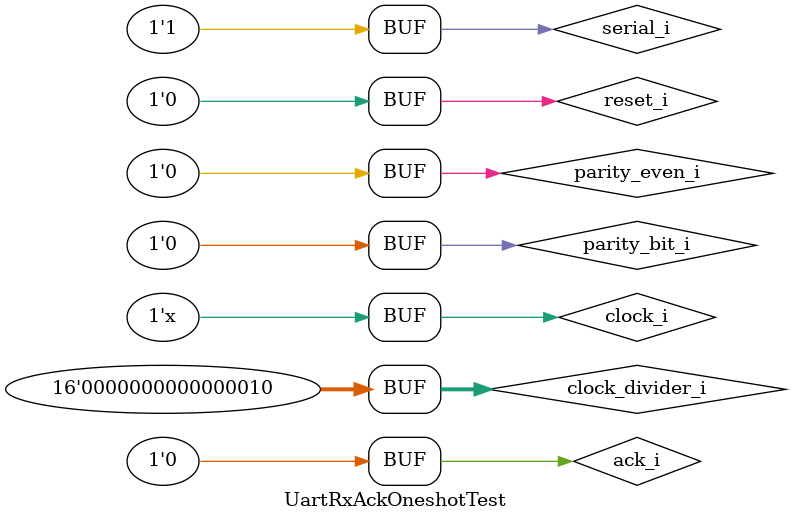
<source format=v>

module UartRxAckOneshotTest ();

reg reset_i = 1'b0;
reg clock_i = 1'b0;
reg ack_i = 1'b0;
reg parity_bit_i = 1'b0;
reg parity_even_i = 1'b0;
reg serial_i = 1'b1;
reg [15:0] clock_divider_i = 2;
wire [7:0] data_o;
wire ready_o;

uart_rx uur (
  .reset_i(reset_i),
  .clock_i(clock_i),
  .ack_i(ack_i),
  .parity_bit_i(parity_bit_i),
  .parity_even_i(parity_even_i),
  .serial_i(serial_i),
  .clock_divider_i(clock_divider_i),
  .data_o(data_o),
  .ready_o(ready_o)
);

always #1 clock_i <= ~clock_i;

initial begin
  #1 send_packet(8'h55);
  #6 assert_data_received(8'h55);

  #2 ack_i = 1'b1;
  #2 if (ready_o)
    $display("FAILED - ready_o should be low after ack_i goes high");

  #2 send_packet(8'hAA);
  #6 assert_data_received(8'hAA);
  
  // This packet should be dropped because ack_i wasn't reset.
  #2 send_packet(8'hCC);
  #6 assert_data_received(8'hAA);

  #2 ack_i = 1'b0;
  #2 if (!ready_o)
    $display("FAILED - ready_o should remain high when ack_i goes low and another packet is available");

  #4 clear_ready_flag();
end

task send_packet;
  input [7:0] data;

  begin
    #4 serial_i <= 1'b0; // Start bit
    #4 serial_i <= data[0];
    #4 serial_i <= data[1];
    #4 serial_i <= data[2];
    #4 serial_i <= data[3];
    #4 serial_i <= data[4];
    #4 serial_i <= data[5];
    #4 serial_i <= data[6];
    #4 serial_i <= data[7];
    #4 serial_i <= 1'b1; // Stop bit
  end
endtask

task assert_data_received;
  input [7:0] data;

  begin
    if (!ready_o)
    $display("FAILED - ready_o should be high after receiving packet");

    if (data_o != data)
      $display("FAILED - data_o value should be h%x", data);
  end
endtask

task clear_ready_flag;
  begin
    ack_i = 1'b1;

    if (!ready_o)
      $display("FAILED - ready_o should stay high after receiving packet");

    #2 ack_i = 1'b0;

    if (ready_o)
      $display("FAILED - ready_o should be low after ack_i goes high");
  end
endtask

endmodule

</source>
